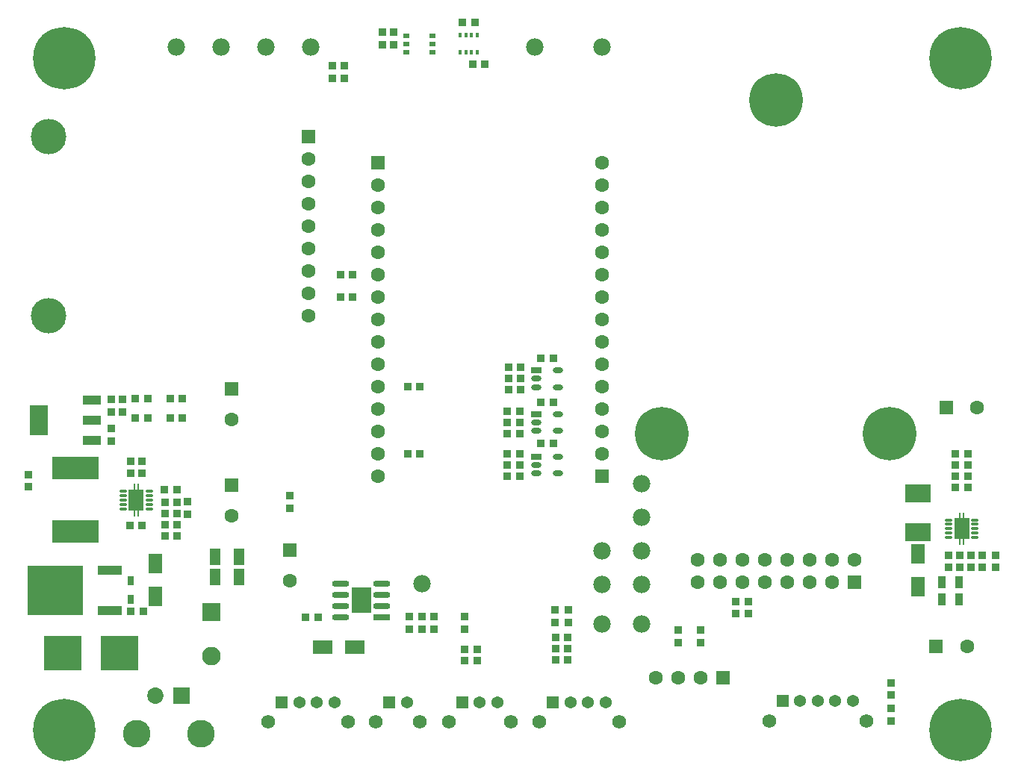
<source format=gts>
%FSLAX25Y25*%
%MOIN*%
G70*
G01*
G75*
G04 Layer_Color=8388736*
%ADD10R,0.02992X0.03347*%
%ADD11R,0.04331X0.02362*%
%ADD12O,0.04331X0.02362*%
%ADD13R,0.08661X0.11024*%
%ADD14O,0.07480X0.02362*%
%ADD15R,0.07480X0.02362*%
%ADD16R,0.03347X0.02992*%
%ADD17O,0.03150X0.01102*%
%ADD18R,0.06496X0.09449*%
%ADD19R,0.00866X0.02756*%
%ADD20R,0.01378X0.01969*%
%ADD21R,0.02795X0.01811*%
%ADD22R,0.05709X0.08268*%
%ADD23R,0.10984X0.07539*%
%ADD24R,0.03500X0.05000*%
%ADD25R,0.20866X0.09843*%
%ADD26R,0.07874X0.12992*%
%ADD27R,0.07874X0.03543*%
%ADD28R,0.08268X0.05709*%
%ADD29R,0.04331X0.06890*%
%ADD30R,0.02500X0.04173*%
%ADD31R,0.24803X0.21654*%
%ADD32R,0.10827X0.03543*%
%ADD33R,0.16700X0.15000*%
%ADD34C,0.01000*%
%ADD35C,0.02500*%
%ADD36C,0.01000*%
%ADD37C,0.00800*%
%ADD38R,0.06000X0.06000*%
%ADD39C,0.06000*%
%ADD40C,0.15000*%
%ADD41C,0.07500*%
%ADD42C,0.05118*%
%ADD43R,0.05118X0.05118*%
%ADD44C,0.05906*%
%ADD45R,0.08000X0.08000*%
%ADD46C,0.08000*%
%ADD47R,0.06000X0.06000*%
%ADD48C,0.07000*%
%ADD49R,0.07000X0.07000*%
%ADD50C,0.12000*%
%ADD51C,0.23622*%
%ADD52C,0.27559*%
%ADD53C,0.02000*%
%ADD54C,0.02800*%
%ADD55C,0.05000*%
%ADD56C,0.00984*%
%ADD57C,0.00600*%
%ADD58C,0.00500*%
%ADD59C,0.01181*%
%ADD60C,0.03937*%
%ADD61C,0.00787*%
%ADD62C,0.00700*%
%ADD63C,0.00900*%
%ADD64R,0.06000X0.05000*%
%ADD65R,0.07700X0.06900*%
%ADD66R,0.05512X0.07874*%
%ADD67R,0.03347X0.06299*%
%ADD68R,0.03292X0.03647*%
%ADD69R,0.04631X0.02662*%
%ADD70O,0.04631X0.02662*%
%ADD71R,0.08961X0.11324*%
%ADD72O,0.07780X0.02662*%
%ADD73R,0.07780X0.02662*%
%ADD74R,0.03647X0.03292*%
%ADD75O,0.03450X0.01402*%
%ADD76R,0.06796X0.09749*%
%ADD77R,0.01678X0.02269*%
%ADD78R,0.03095X0.02111*%
%ADD79R,0.06009X0.08568*%
%ADD80R,0.11284X0.07839*%
%ADD81R,0.03800X0.05300*%
%ADD82R,0.21166X0.10143*%
%ADD83R,0.08174X0.13292*%
%ADD84R,0.08174X0.03843*%
%ADD85R,0.08568X0.06009*%
%ADD86R,0.04631X0.07190*%
%ADD87R,0.02800X0.04473*%
%ADD88R,0.25103X0.21954*%
%ADD89R,0.11127X0.03843*%
%ADD90R,0.17000X0.15300*%
%ADD91R,0.06300X0.06300*%
%ADD92C,0.06300*%
%ADD93C,0.15800*%
%ADD94C,0.07800*%
%ADD95C,0.05418*%
%ADD96R,0.05418X0.05418*%
%ADD97C,0.06206*%
%ADD98R,0.08300X0.08300*%
%ADD99C,0.08300*%
%ADD100R,0.06300X0.06300*%
%ADD101C,0.07300*%
%ADD102R,0.07300X0.07300*%
%ADD103C,0.12300*%
%ADD104C,0.23922*%
%ADD105C,0.27859*%
D19*
X419713Y104095D02*
D03*
X421287D02*
D03*
X419713Y115905D02*
D03*
X421287D02*
D03*
X52862Y128661D02*
D03*
X51287D02*
D03*
X52862Y116850D02*
D03*
X51287D02*
D03*
D54*
X422075Y112256D02*
D03*
X418925D02*
D03*
Y107744D02*
D03*
X422075D02*
D03*
X50500Y120500D02*
D03*
X53650D02*
D03*
Y125012D02*
D03*
X50500D02*
D03*
D68*
X232750Y148000D02*
D03*
X238250D02*
D03*
X244750Y61500D02*
D03*
X239250D02*
D03*
X319750Y77500D02*
D03*
X325250D02*
D03*
X319750Y72000D02*
D03*
X325250D02*
D03*
X423250Y143500D02*
D03*
X417750D02*
D03*
X423250Y138500D02*
D03*
X417750D02*
D03*
X423250Y133500D02*
D03*
X417750D02*
D03*
X423250Y128500D02*
D03*
X417750D02*
D03*
X203250Y336000D02*
D03*
X197750D02*
D03*
X207750Y317500D02*
D03*
X202250D02*
D03*
X204250Y56000D02*
D03*
X198750D02*
D03*
X204250Y51000D02*
D03*
X198750D02*
D03*
X133250Y70500D02*
D03*
X127750D02*
D03*
X232750Y186000D02*
D03*
X238250D02*
D03*
X232750Y166500D02*
D03*
X238250D02*
D03*
X244750Y56500D02*
D03*
X239250D02*
D03*
X244750Y51500D02*
D03*
X239250D02*
D03*
X223250Y157500D02*
D03*
X217750D02*
D03*
X223250Y162500D02*
D03*
X217750D02*
D03*
X223250Y152500D02*
D03*
X217750D02*
D03*
X223250Y138500D02*
D03*
X217750D02*
D03*
X223250Y143500D02*
D03*
X217750D02*
D03*
X223250Y133500D02*
D03*
X217750D02*
D03*
X148750Y223500D02*
D03*
X143250D02*
D03*
X148750Y213500D02*
D03*
X143250D02*
D03*
X72756Y168000D02*
D03*
X67244D02*
D03*
X57250D02*
D03*
X51750D02*
D03*
X223750Y182000D02*
D03*
X218250D02*
D03*
X70325Y106756D02*
D03*
X64825D02*
D03*
X70325Y116756D02*
D03*
X64825D02*
D03*
X55250Y73000D02*
D03*
X49750D02*
D03*
X223750Y177000D02*
D03*
X218250D02*
D03*
X223750Y172000D02*
D03*
X218250D02*
D03*
X57250Y159500D02*
D03*
X51750D02*
D03*
X72756D02*
D03*
X67244D02*
D03*
X64825Y111756D02*
D03*
X70325D02*
D03*
Y121756D02*
D03*
X64825D02*
D03*
X49250Y111500D02*
D03*
X54750D02*
D03*
X70250Y127500D02*
D03*
X64750D02*
D03*
X173250Y143500D02*
D03*
X178750D02*
D03*
X173250Y173500D02*
D03*
X178750D02*
D03*
D69*
X230776Y142240D02*
D03*
Y180740D02*
D03*
Y161240D02*
D03*
D70*
Y138500D02*
D03*
Y134760D02*
D03*
X240224D02*
D03*
Y142240D02*
D03*
X230776Y177000D02*
D03*
Y173260D02*
D03*
X240224D02*
D03*
Y180740D02*
D03*
X230776Y157500D02*
D03*
Y153760D02*
D03*
X240224D02*
D03*
Y161240D02*
D03*
D71*
X152500Y78000D02*
D03*
D72*
X143248Y85500D02*
D03*
Y80500D02*
D03*
Y75500D02*
D03*
Y70500D02*
D03*
X161752Y85500D02*
D03*
Y80500D02*
D03*
Y75500D02*
D03*
D73*
Y70500D02*
D03*
D74*
X198500Y70750D02*
D03*
Y65250D02*
D03*
X389000Y24244D02*
D03*
Y29756D02*
D03*
X54500Y134750D02*
D03*
Y140250D02*
D03*
X167000Y326250D02*
D03*
Y331750D02*
D03*
X162000D02*
D03*
Y326250D02*
D03*
X49500Y134750D02*
D03*
Y140250D02*
D03*
X419500Y92750D02*
D03*
Y98250D02*
D03*
X414500Y92750D02*
D03*
Y98250D02*
D03*
X389000Y35750D02*
D03*
Y41250D02*
D03*
X424500Y98250D02*
D03*
Y92750D02*
D03*
X429500D02*
D03*
Y98250D02*
D03*
X435500D02*
D03*
Y92750D02*
D03*
X304000Y64750D02*
D03*
Y59250D02*
D03*
X294000Y64750D02*
D03*
Y59250D02*
D03*
X185000Y65244D02*
D03*
Y70756D02*
D03*
X179500Y65250D02*
D03*
Y70750D02*
D03*
X174000Y65250D02*
D03*
Y70750D02*
D03*
X120500Y124750D02*
D03*
Y119250D02*
D03*
X4000Y134250D02*
D03*
Y128750D02*
D03*
X245000Y68250D02*
D03*
Y73750D02*
D03*
X239000Y68250D02*
D03*
Y73750D02*
D03*
X145000Y316756D02*
D03*
Y311244D02*
D03*
X139500Y311250D02*
D03*
Y316750D02*
D03*
X75000Y116500D02*
D03*
Y122000D02*
D03*
X41000Y162250D02*
D03*
Y167750D02*
D03*
Y154750D02*
D03*
Y149250D02*
D03*
X46000Y162250D02*
D03*
Y167750D02*
D03*
D75*
X426405Y106063D02*
D03*
Y108031D02*
D03*
Y110000D02*
D03*
Y111969D02*
D03*
Y113937D02*
D03*
X414595D02*
D03*
Y111969D02*
D03*
Y110000D02*
D03*
Y108031D02*
D03*
Y106063D02*
D03*
X46169Y126693D02*
D03*
Y124724D02*
D03*
Y122756D02*
D03*
Y120787D02*
D03*
Y118819D02*
D03*
X57980D02*
D03*
Y120787D02*
D03*
Y122756D02*
D03*
Y124724D02*
D03*
Y126693D02*
D03*
D76*
X420500Y110000D02*
D03*
X52075Y122756D02*
D03*
D77*
X204339Y330339D02*
D03*
X201780D02*
D03*
X199221D02*
D03*
X196662D02*
D03*
X196661Y322661D02*
D03*
X199221D02*
D03*
X201780D02*
D03*
X204339D02*
D03*
D78*
X184406Y322799D02*
D03*
Y326500D02*
D03*
Y330201D02*
D03*
X172594D02*
D03*
Y326500D02*
D03*
Y322799D02*
D03*
D79*
X401000Y98783D02*
D03*
Y84216D02*
D03*
X60500Y79716D02*
D03*
Y94283D02*
D03*
D80*
X401000Y125661D02*
D03*
Y108339D02*
D03*
D81*
X419250Y86000D02*
D03*
X411750D02*
D03*
X419250Y78500D02*
D03*
X411750D02*
D03*
D82*
X25000Y108925D02*
D03*
Y137075D02*
D03*
D83*
X8689Y158500D02*
D03*
D84*
X32311Y167555D02*
D03*
Y158500D02*
D03*
Y149445D02*
D03*
D85*
X149784Y57000D02*
D03*
X135216D02*
D03*
D86*
X87185Y97500D02*
D03*
X97815D02*
D03*
X87185Y88500D02*
D03*
X97815D02*
D03*
D87*
X49500Y78287D02*
D03*
Y86713D02*
D03*
D88*
X16035Y82500D02*
D03*
D89*
X40248Y91516D02*
D03*
Y73484D02*
D03*
D90*
X19450Y54500D02*
D03*
X44550D02*
D03*
D91*
X94500Y172390D02*
D03*
X372500Y86000D02*
D03*
X94500Y129390D02*
D03*
X314000Y43500D02*
D03*
X120500Y100390D02*
D03*
D92*
X94500Y158610D02*
D03*
X372500Y96000D02*
D03*
X362500Y86000D02*
D03*
Y96000D02*
D03*
X352500D02*
D03*
Y86000D02*
D03*
X342500Y96000D02*
D03*
Y86000D02*
D03*
X332500Y96000D02*
D03*
Y86000D02*
D03*
X322500D02*
D03*
Y96000D02*
D03*
X312500Y86000D02*
D03*
Y96000D02*
D03*
X302500Y86000D02*
D03*
Y96000D02*
D03*
X94500Y115610D02*
D03*
X304000Y43500D02*
D03*
X294000D02*
D03*
X284000D02*
D03*
X427390Y164000D02*
D03*
X422890Y57500D02*
D03*
X120500Y86610D02*
D03*
X129000Y205000D02*
D03*
Y215000D02*
D03*
Y225000D02*
D03*
Y235000D02*
D03*
Y245000D02*
D03*
Y255000D02*
D03*
Y265000D02*
D03*
Y275000D02*
D03*
X160000Y133500D02*
D03*
Y143500D02*
D03*
Y153500D02*
D03*
Y163500D02*
D03*
Y173500D02*
D03*
Y183500D02*
D03*
Y193500D02*
D03*
Y203500D02*
D03*
Y213500D02*
D03*
Y223500D02*
D03*
Y233500D02*
D03*
Y243500D02*
D03*
Y253500D02*
D03*
Y263500D02*
D03*
X260000Y273500D02*
D03*
Y263500D02*
D03*
Y253500D02*
D03*
Y243500D02*
D03*
Y233500D02*
D03*
Y223500D02*
D03*
Y213500D02*
D03*
Y203500D02*
D03*
Y193500D02*
D03*
Y183500D02*
D03*
Y173500D02*
D03*
Y163500D02*
D03*
Y153500D02*
D03*
Y143500D02*
D03*
D93*
X13000Y285000D02*
D03*
Y205000D02*
D03*
D94*
X260000Y325000D02*
D03*
X230000D02*
D03*
X277500Y130000D02*
D03*
Y115000D02*
D03*
Y100000D02*
D03*
X260000D02*
D03*
Y85000D02*
D03*
X277500Y67500D02*
D03*
X70000Y325000D02*
D03*
X179500Y85500D02*
D03*
X130000Y325000D02*
D03*
X90000D02*
D03*
X260000Y67500D02*
D03*
X277500Y85000D02*
D03*
X110000Y325000D02*
D03*
D95*
X140622Y32500D02*
D03*
X124874D02*
D03*
X132748D02*
D03*
X261622D02*
D03*
X245874D02*
D03*
X253748D02*
D03*
X364122Y33000D02*
D03*
X348374D02*
D03*
X356248D02*
D03*
X371996D02*
D03*
X172874Y32500D02*
D03*
X213248D02*
D03*
X205374D02*
D03*
D96*
X117000D02*
D03*
X238000D02*
D03*
X340500Y33000D02*
D03*
X165000Y32500D02*
D03*
X197500D02*
D03*
D97*
X111094Y23732D02*
D03*
X146528D02*
D03*
X232095D02*
D03*
X267528D02*
D03*
X334594Y24232D02*
D03*
X377902D02*
D03*
X178779Y23732D02*
D03*
X159095D02*
D03*
X219153D02*
D03*
X191595D02*
D03*
D98*
X85500Y72843D02*
D03*
D99*
Y53158D02*
D03*
D100*
X413610Y164000D02*
D03*
X409110Y57500D02*
D03*
X129000Y285000D02*
D03*
X160000Y273500D02*
D03*
X260000Y133500D02*
D03*
D101*
X60594Y35500D02*
D03*
D102*
X72405D02*
D03*
D103*
X52130Y18492D02*
D03*
X80870D02*
D03*
D104*
X286713Y152591D02*
D03*
X388287D02*
D03*
X337500Y301606D02*
D03*
D105*
X20000Y20000D02*
D03*
X420000D02*
D03*
X20000Y320000D02*
D03*
X420000D02*
D03*
M02*

</source>
